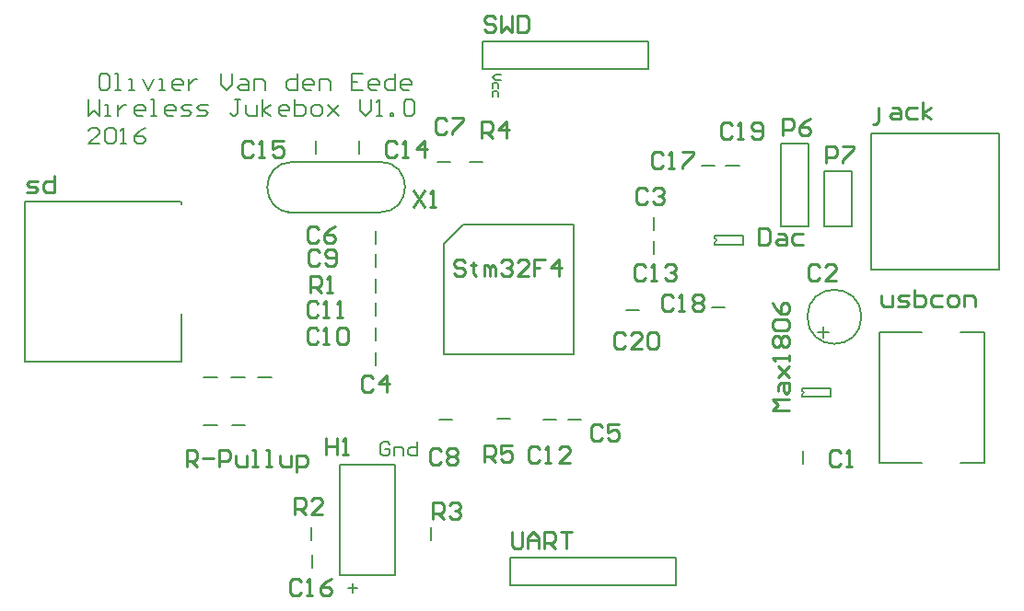
<source format=gto>
G04 Layer_Color=65535*
%FSLAX23Y23*%
%MOIN*%
G70*
G01*
G75*
%ADD19C,0.010*%
%ADD22C,0.008*%
%ADD31C,0.006*%
%ADD32C,0.006*%
%ADD33C,0.007*%
%ADD34C,0.008*%
D19*
X3079Y1779D02*
X3089D01*
X3099Y1789D01*
Y1839D01*
X3149D02*
X3169D01*
X3179Y1829D01*
Y1799D01*
X3149D01*
X3139Y1809D01*
X3149Y1819D01*
X3179D01*
X3239Y1839D02*
X3209D01*
X3199Y1829D01*
Y1809D01*
X3209Y1799D01*
X3239D01*
X3259D02*
Y1859D01*
Y1819D02*
X3289Y1839D01*
X3259Y1819D02*
X3289Y1799D01*
X3108Y1157D02*
Y1127D01*
X3118Y1117D01*
X3148D01*
Y1157D01*
X3168Y1117D02*
X3198D01*
X3208Y1127D01*
X3198Y1137D01*
X3178D01*
X3168Y1147D01*
X3178Y1157D01*
X3208D01*
X3228Y1177D02*
Y1117D01*
X3258D01*
X3268Y1127D01*
Y1137D01*
Y1147D01*
X3258Y1157D01*
X3228D01*
X3328D02*
X3298D01*
X3288Y1147D01*
Y1127D01*
X3298Y1117D01*
X3328D01*
X3358D02*
X3378D01*
X3388Y1127D01*
Y1147D01*
X3378Y1157D01*
X3358D01*
X3348Y1147D01*
Y1127D01*
X3358Y1117D01*
X3408D02*
Y1157D01*
X3438D01*
X3448Y1147D01*
Y1117D01*
X2963Y590D02*
X2953Y600D01*
X2933D01*
X2923Y590D01*
Y550D01*
X2933Y540D01*
X2953D01*
X2963Y550D01*
X2983Y540D02*
X3003D01*
X2993D01*
Y600D01*
X2983Y590D01*
X2263Y1537D02*
X2253Y1547D01*
X2233D01*
X2223Y1537D01*
Y1497D01*
X2233Y1487D01*
X2253D01*
X2263Y1497D01*
X2283Y1537D02*
X2293Y1547D01*
X2313D01*
X2323Y1537D01*
Y1527D01*
X2313Y1517D01*
X2303D01*
X2313D01*
X2323Y1507D01*
Y1497D01*
X2313Y1487D01*
X2293D01*
X2283Y1497D01*
X1269Y857D02*
X1259Y867D01*
X1239D01*
X1229Y857D01*
Y817D01*
X1239Y807D01*
X1259D01*
X1269Y817D01*
X1319Y807D02*
Y867D01*
X1289Y837D01*
X1329D01*
X2099Y683D02*
X2089Y693D01*
X2069D01*
X2059Y683D01*
Y643D01*
X2069Y633D01*
X2089D01*
X2099Y643D01*
X2159Y693D02*
X2119D01*
Y663D01*
X2139Y673D01*
X2149D01*
X2159Y663D01*
Y643D01*
X2149Y633D01*
X2129D01*
X2119Y643D01*
X1072Y1398D02*
X1062Y1408D01*
X1042D01*
X1032Y1398D01*
Y1358D01*
X1042Y1348D01*
X1062D01*
X1072Y1358D01*
X1132Y1408D02*
X1112Y1398D01*
X1092Y1378D01*
Y1358D01*
X1102Y1348D01*
X1122D01*
X1132Y1358D01*
Y1368D01*
X1122Y1378D01*
X1092D01*
X1536Y1793D02*
X1526Y1803D01*
X1506D01*
X1496Y1793D01*
Y1753D01*
X1506Y1743D01*
X1526D01*
X1536Y1753D01*
X1556Y1803D02*
X1596D01*
Y1793D01*
X1556Y1753D01*
Y1743D01*
X1514Y594D02*
X1504Y604D01*
X1484D01*
X1474Y594D01*
Y554D01*
X1484Y544D01*
X1504D01*
X1514Y554D01*
X1534Y594D02*
X1544Y604D01*
X1564D01*
X1574Y594D01*
Y584D01*
X1564Y574D01*
X1574Y564D01*
Y554D01*
X1564Y544D01*
X1544D01*
X1534Y554D01*
Y564D01*
X1544Y574D01*
X1534Y584D01*
Y594D01*
X1544Y574D02*
X1564D01*
X1074Y1314D02*
X1064Y1324D01*
X1044D01*
X1034Y1314D01*
Y1274D01*
X1044Y1264D01*
X1064D01*
X1074Y1274D01*
X1094D02*
X1104Y1264D01*
X1124D01*
X1134Y1274D01*
Y1314D01*
X1124Y1324D01*
X1104D01*
X1094Y1314D01*
Y1304D01*
X1104Y1294D01*
X1134D01*
X1070Y1033D02*
X1061Y1043D01*
X1041D01*
X1031Y1033D01*
Y993D01*
X1041Y983D01*
X1061D01*
X1070Y993D01*
X1090Y983D02*
X1110D01*
X1100D01*
Y1043D01*
X1090Y1033D01*
X1140D02*
X1150Y1043D01*
X1170D01*
X1180Y1033D01*
Y993D01*
X1170Y983D01*
X1150D01*
X1140Y993D01*
Y1033D01*
X1070Y1130D02*
X1061Y1140D01*
X1041D01*
X1031Y1130D01*
Y1090D01*
X1041Y1080D01*
X1061D01*
X1070Y1090D01*
X1090Y1080D02*
X1110D01*
X1100D01*
Y1140D01*
X1090Y1130D01*
X1140Y1080D02*
X1160D01*
X1150D01*
Y1140D01*
X1140Y1130D01*
X1873Y603D02*
X1863Y613D01*
X1843D01*
X1833Y603D01*
Y563D01*
X1843Y553D01*
X1863D01*
X1873Y563D01*
X1893Y553D02*
X1913D01*
X1903D01*
Y613D01*
X1893Y603D01*
X1983Y553D02*
X1943D01*
X1983Y593D01*
Y603D01*
X1973Y613D01*
X1953D01*
X1943Y603D01*
X2257Y1263D02*
X2247Y1273D01*
X2227D01*
X2217Y1263D01*
Y1223D01*
X2227Y1213D01*
X2247D01*
X2257Y1223D01*
X2277Y1213D02*
X2297D01*
X2287D01*
Y1273D01*
X2277Y1263D01*
X2326D02*
X2336Y1273D01*
X2356D01*
X2366Y1263D01*
Y1253D01*
X2356Y1243D01*
X2346D01*
X2356D01*
X2366Y1233D01*
Y1223D01*
X2356Y1213D01*
X2336D01*
X2326Y1223D01*
X1357Y1709D02*
X1347Y1719D01*
X1327D01*
X1317Y1709D01*
Y1669D01*
X1327Y1659D01*
X1347D01*
X1357Y1669D01*
X1377Y1659D02*
X1397D01*
X1387D01*
Y1719D01*
X1377Y1709D01*
X1457Y1659D02*
Y1719D01*
X1427Y1689D01*
X1467D01*
X835Y1708D02*
X825Y1718D01*
X805D01*
X795Y1708D01*
Y1668D01*
X805Y1658D01*
X825D01*
X835Y1668D01*
X855Y1658D02*
X875D01*
X865D01*
Y1718D01*
X855Y1708D01*
X945Y1718D02*
X905D01*
Y1688D01*
X925Y1698D01*
X935D01*
X945Y1688D01*
Y1668D01*
X935Y1658D01*
X915D01*
X905Y1668D01*
X1008Y123D02*
X998Y133D01*
X979D01*
X969Y123D01*
Y83D01*
X979Y73D01*
X998D01*
X1008Y83D01*
X1028Y73D02*
X1048D01*
X1038D01*
Y133D01*
X1028Y123D01*
X1118Y133D02*
X1098Y123D01*
X1078Y103D01*
Y83D01*
X1088Y73D01*
X1108D01*
X1118Y83D01*
Y93D01*
X1108Y103D01*
X1078D01*
X2318Y1667D02*
X2308Y1677D01*
X2288D01*
X2278Y1667D01*
Y1627D01*
X2288Y1617D01*
X2308D01*
X2318Y1627D01*
X2338Y1617D02*
X2358D01*
X2348D01*
Y1677D01*
X2338Y1667D01*
X2388Y1677D02*
X2428D01*
Y1667D01*
X2388Y1627D01*
Y1617D01*
X2355Y1152D02*
X2345Y1162D01*
X2325D01*
X2315Y1152D01*
Y1112D01*
X2325Y1102D01*
X2345D01*
X2355Y1112D01*
X2375Y1102D02*
X2395D01*
X2385D01*
Y1162D01*
X2375Y1152D01*
X2425D02*
X2435Y1162D01*
X2455D01*
X2465Y1152D01*
Y1142D01*
X2455Y1132D01*
X2465Y1122D01*
Y1112D01*
X2455Y1102D01*
X2435D01*
X2425Y1112D01*
Y1122D01*
X2435Y1132D01*
X2425Y1142D01*
Y1152D01*
X2435Y1132D02*
X2455D01*
X2570Y1776D02*
X2560Y1786D01*
X2540D01*
X2530Y1776D01*
Y1736D01*
X2540Y1726D01*
X2560D01*
X2570Y1736D01*
X2590Y1726D02*
X2610D01*
X2600D01*
Y1786D01*
X2590Y1776D01*
X2639Y1736D02*
X2649Y1726D01*
X2669D01*
X2679Y1736D01*
Y1776D01*
X2669Y1786D01*
X2649D01*
X2639Y1776D01*
Y1766D01*
X2649Y1756D01*
X2679D01*
X2182Y1016D02*
X2172Y1026D01*
X2152D01*
X2142Y1016D01*
Y976D01*
X2152Y966D01*
X2172D01*
X2182Y976D01*
X2242Y966D02*
X2202D01*
X2242Y1006D01*
Y1016D01*
X2232Y1026D01*
X2212D01*
X2202Y1016D01*
X2262D02*
X2272Y1026D01*
X2292D01*
X2302Y1016D01*
Y976D01*
X2292Y966D01*
X2272D01*
X2262Y976D01*
Y1016D01*
X2666Y1401D02*
Y1341D01*
X2696D01*
X2706Y1351D01*
Y1391D01*
X2696Y1401D01*
X2666D01*
X2736Y1381D02*
X2756D01*
X2766Y1371D01*
Y1341D01*
X2736D01*
X2726Y1351D01*
X2736Y1361D01*
X2766D01*
X2826Y1381D02*
X2796D01*
X2786Y1371D01*
Y1351D01*
X2796Y1341D01*
X2826D01*
X1098Y642D02*
Y582D01*
Y612D01*
X1138D01*
Y642D01*
Y582D01*
X1158D02*
X1178D01*
X1168D01*
Y642D01*
X1158Y632D01*
X2777Y743D02*
X2717D01*
X2737Y763D01*
X2717Y783D01*
X2777D01*
X2737Y813D02*
Y833D01*
X2747Y843D01*
X2777D01*
Y813D01*
X2767Y803D01*
X2757Y813D01*
Y843D01*
X2737Y863D02*
X2777Y903D01*
X2757Y883D01*
X2737Y903D01*
X2777Y863D01*
Y923D02*
Y943D01*
Y933D01*
X2717D01*
X2727Y923D01*
Y973D02*
X2717Y983D01*
Y1003D01*
X2727Y1013D01*
X2737D01*
X2747Y1003D01*
X2757Y1013D01*
X2767D01*
X2777Y1003D01*
Y983D01*
X2767Y973D01*
X2757D01*
X2747Y983D01*
X2737Y973D01*
X2727D01*
X2747Y983D02*
Y1003D01*
X2727Y1033D02*
X2717Y1043D01*
Y1063D01*
X2727Y1073D01*
X2767D01*
X2777Y1063D01*
Y1043D01*
X2767Y1033D01*
X2727D01*
X2717Y1133D02*
X2727Y1113D01*
X2747Y1093D01*
X2767D01*
X2777Y1103D01*
Y1123D01*
X2767Y1133D01*
X2757D01*
X2747Y1123D01*
Y1093D01*
X1713Y2162D02*
X1703Y2172D01*
X1683D01*
X1673Y2162D01*
Y2152D01*
X1683Y2142D01*
X1703D01*
X1713Y2132D01*
Y2122D01*
X1703Y2112D01*
X1683D01*
X1673Y2122D01*
X1733Y2172D02*
Y2112D01*
X1753Y2132D01*
X1773Y2112D01*
Y2172D01*
X1793D02*
Y2112D01*
X1823D01*
X1833Y2122D01*
Y2162D01*
X1823Y2172D01*
X1793D01*
X1771Y302D02*
Y253D01*
X1781Y243D01*
X1801D01*
X1810Y253D01*
Y302D01*
X1830Y243D02*
Y282D01*
X1850Y302D01*
X1870Y282D01*
Y243D01*
Y273D01*
X1830D01*
X1890Y243D02*
Y302D01*
X1920D01*
X1930Y292D01*
Y273D01*
X1920Y263D01*
X1890D01*
X1910D02*
X1930Y243D01*
X1950Y302D02*
X1990D01*
X1970D01*
Y243D01*
X2752Y1740D02*
Y1800D01*
X2782D01*
X2792Y1790D01*
Y1770D01*
X2782Y1760D01*
X2752D01*
X2852Y1800D02*
X2832Y1790D01*
X2812Y1770D01*
Y1750D01*
X2822Y1740D01*
X2842D01*
X2852Y1750D01*
Y1760D01*
X2842Y1770D01*
X2812D01*
X2909Y1640D02*
Y1700D01*
X2939D01*
X2949Y1690D01*
Y1670D01*
X2939Y1660D01*
X2909D01*
X2969Y1700D02*
X3009D01*
Y1690D01*
X2969Y1650D01*
Y1640D01*
X1041Y1168D02*
Y1228D01*
X1071D01*
X1081Y1218D01*
Y1198D01*
X1071Y1188D01*
X1041D01*
X1061D02*
X1081Y1168D01*
X1101D02*
X1121D01*
X1111D01*
Y1228D01*
X1101Y1218D01*
X986Y366D02*
Y425D01*
X1016D01*
X1026Y415D01*
Y396D01*
X1016Y386D01*
X986D01*
X1006D02*
X1026Y366D01*
X1086D02*
X1046D01*
X1086Y405D01*
Y415D01*
X1076Y425D01*
X1056D01*
X1046Y415D01*
X1486Y347D02*
Y407D01*
X1516D01*
X1526Y397D01*
Y377D01*
X1516Y367D01*
X1486D01*
X1506D02*
X1526Y347D01*
X1546Y397D02*
X1556Y407D01*
X1576D01*
X1586Y397D01*
Y387D01*
X1576Y377D01*
X1566D01*
X1576D01*
X1586Y367D01*
Y357D01*
X1576Y347D01*
X1556D01*
X1546Y357D01*
X1661Y1728D02*
Y1788D01*
X1691D01*
X1701Y1778D01*
Y1758D01*
X1691Y1748D01*
X1661D01*
X1681D02*
X1701Y1728D01*
X1751D02*
Y1788D01*
X1721Y1758D01*
X1761D01*
X1673Y554D02*
Y614D01*
X1703D01*
X1713Y604D01*
Y584D01*
X1703Y574D01*
X1673D01*
X1693D02*
X1713Y554D01*
X1773Y614D02*
X1733D01*
Y584D01*
X1753Y594D01*
X1763D01*
X1773Y584D01*
Y564D01*
X1763Y554D01*
X1743D01*
X1733Y564D01*
X594Y539D02*
Y599D01*
X623D01*
X633Y589D01*
Y569D01*
X623Y559D01*
X594D01*
X613D02*
X633Y539D01*
X653Y569D02*
X693D01*
X713Y539D02*
Y599D01*
X743D01*
X753Y589D01*
Y569D01*
X743Y559D01*
X713D01*
X773Y579D02*
Y549D01*
X783Y539D01*
X813D01*
Y579D01*
X833Y539D02*
X853D01*
X843D01*
Y599D01*
X833D01*
X883Y539D02*
X903D01*
X893D01*
Y599D01*
X883D01*
X933Y579D02*
Y549D01*
X943Y539D01*
X973D01*
Y579D01*
X993Y519D02*
Y579D01*
X1023D01*
X1033Y569D01*
Y549D01*
X1023Y539D01*
X993D01*
X1603Y1277D02*
X1593Y1287D01*
X1573D01*
X1563Y1277D01*
Y1267D01*
X1573Y1257D01*
X1593D01*
X1603Y1247D01*
Y1237D01*
X1593Y1227D01*
X1573D01*
X1563Y1237D01*
X1633Y1277D02*
Y1267D01*
X1623D01*
X1643D01*
X1633D01*
Y1237D01*
X1643Y1227D01*
X1673D02*
Y1267D01*
X1683D01*
X1693Y1257D01*
Y1227D01*
Y1257D01*
X1703Y1267D01*
X1713Y1257D01*
Y1227D01*
X1733Y1277D02*
X1743Y1287D01*
X1763D01*
X1773Y1277D01*
Y1267D01*
X1763Y1257D01*
X1753D01*
X1763D01*
X1773Y1247D01*
Y1237D01*
X1763Y1227D01*
X1743D01*
X1733Y1237D01*
X1833Y1227D02*
X1793D01*
X1833Y1267D01*
Y1277D01*
X1823Y1287D01*
X1803D01*
X1793Y1277D01*
X1893Y1287D02*
X1853D01*
Y1257D01*
X1873D01*
X1853D01*
Y1227D01*
X1943D02*
Y1287D01*
X1913Y1257D01*
X1953D01*
X1417Y1540D02*
X1457Y1480D01*
Y1540D02*
X1417Y1480D01*
X1477D02*
X1497D01*
X1487D01*
Y1540D01*
X1477Y1530D01*
X15Y1531D02*
X45D01*
X55Y1541D01*
X45Y1551D01*
X25D01*
X15Y1561D01*
X25Y1571D01*
X55D01*
X115Y1591D02*
Y1531D01*
X85D01*
X75Y1541D01*
Y1561D01*
X85Y1571D01*
X115D01*
X2886Y1263D02*
X2876Y1273D01*
X2856D01*
X2846Y1263D01*
Y1223D01*
X2856Y1213D01*
X2876D01*
X2886Y1223D01*
X2946Y1213D02*
X2906D01*
X2946Y1253D01*
Y1263D01*
X2936Y1273D01*
X2916D01*
X2906Y1263D01*
D22*
X2507Y1352D02*
G03*
X2507Y1365I0J6D01*
G01*
X2822Y801D02*
G03*
X2822Y813I0J6D01*
G01*
X3037Y1081D02*
G03*
X3037Y1081I-98J0D01*
G01*
X1219Y1672D02*
Y1719D01*
X1719Y711D02*
X1766D01*
X1620Y1643D02*
X1667D01*
X2185Y1106D02*
X2232D01*
X2546Y1628D02*
X2594D01*
X2458Y1627D02*
X2505D01*
X2496Y1114D02*
X2543D01*
X2507Y1342D02*
X2609D01*
Y1375D01*
X2507D02*
X2609D01*
X2507Y1365D02*
Y1375D01*
Y1342D02*
Y1352D01*
X1667Y1979D02*
X2267D01*
X1667Y2079D02*
X2267D01*
X1667Y1979D02*
Y2079D01*
X2267Y1979D02*
Y2079D01*
X1047Y273D02*
Y320D01*
X1764Y108D02*
X2364D01*
X1764Y208D02*
X2364D01*
X1764Y108D02*
Y208D01*
X2364Y108D02*
Y208D01*
X2284Y1394D02*
Y1441D01*
X1502Y1643D02*
X1549D01*
X2745Y1407D02*
X2845D01*
X2745D02*
Y1707D01*
X2845D01*
Y1407D02*
Y1707D01*
X2903Y1407D02*
Y1607D01*
Y1407D02*
X3003D01*
Y1607D01*
X2903D02*
X3003D01*
X759Y687D02*
X806D01*
X853Y862D02*
X901D01*
X757Y862D02*
X804D01*
X657D02*
X705D01*
X1974Y707D02*
X2022D01*
X1509Y709D02*
X1556D01*
X1279Y994D02*
Y1041D01*
Y906D02*
Y953D01*
X1527Y1346D02*
X1597Y1416D01*
X1997D01*
Y946D02*
Y1416D01*
X1527Y946D02*
X1997D01*
X1527D02*
Y1346D01*
X1279Y1086D02*
Y1133D01*
Y1345D02*
Y1393D01*
Y1169D02*
Y1217D01*
X1063Y1672D02*
Y1719D01*
X657Y687D02*
X705D01*
X2825Y547D02*
Y594D01*
X1279Y1263D02*
Y1310D01*
X2822Y791D02*
X2924D01*
Y823D01*
X2822D02*
X2924D01*
X2822Y813D02*
Y823D01*
Y791D02*
Y801D01*
X2284Y1307D02*
Y1354D01*
X1885Y707D02*
X1932D01*
X1478Y272D02*
Y319D01*
X1048Y172D02*
Y219D01*
X1150Y146D02*
X1350D01*
X1150Y546D02*
X1350D01*
Y146D02*
Y546D01*
X1150Y146D02*
Y546D01*
X2880Y1026D02*
X2920D01*
X2900Y1006D02*
Y1046D01*
D31*
X978Y1642D02*
G03*
X978Y1459I0J-92D01*
G01*
X1293Y1459D02*
G03*
X1293Y1642I0J92D01*
G01*
D32*
X3072Y1251D02*
Y1746D01*
X3534D01*
Y1251D02*
Y1746D01*
X3072Y1251D02*
X3534D01*
X3101Y551D02*
Y1024D01*
X3481Y551D02*
Y1024D01*
X3101Y551D02*
X3196D01*
X3161D02*
X3196D01*
X3396D02*
X3481D01*
X3196D02*
X3256D01*
X3101Y1026D02*
X3256D01*
X3396D02*
X3481D01*
X963Y1459D02*
X1293D01*
X968Y1642D02*
X1293D01*
X575Y1488D02*
Y1498D01*
Y918D02*
Y1093D01*
X11Y917D02*
X571D01*
X10Y918D02*
X11Y917D01*
X10Y918D02*
Y1498D01*
X571D01*
D33*
X279Y1707D02*
X239D01*
X279Y1746D01*
Y1756D01*
X269Y1766D01*
X249D01*
X239Y1756D01*
X298D02*
X308Y1766D01*
X328D01*
X338Y1756D01*
Y1717D01*
X328Y1707D01*
X308D01*
X298Y1717D01*
Y1756D01*
X357Y1707D02*
X377D01*
X367D01*
Y1766D01*
X357Y1756D01*
X446Y1766D02*
X426Y1756D01*
X406Y1736D01*
Y1717D01*
X416Y1707D01*
X436D01*
X446Y1717D01*
Y1726D01*
X436Y1736D01*
X406D01*
X239Y1867D02*
Y1808D01*
X259Y1828D01*
X279Y1808D01*
Y1867D01*
X298Y1808D02*
X318D01*
X308D01*
Y1847D01*
X298D01*
X347D02*
Y1808D01*
Y1828D01*
X357Y1838D01*
X367Y1847D01*
X377D01*
X436Y1808D02*
X416D01*
X406Y1818D01*
Y1838D01*
X416Y1847D01*
X436D01*
X446Y1838D01*
Y1828D01*
X406D01*
X465Y1808D02*
X485D01*
X475D01*
Y1867D01*
X465D01*
X544Y1808D02*
X525D01*
X515Y1818D01*
Y1838D01*
X525Y1847D01*
X544D01*
X554Y1838D01*
Y1828D01*
X515D01*
X574Y1808D02*
X603D01*
X613Y1818D01*
X603Y1828D01*
X584D01*
X574Y1838D01*
X584Y1847D01*
X613D01*
X633Y1808D02*
X662D01*
X672Y1818D01*
X662Y1828D01*
X643D01*
X633Y1838D01*
X643Y1847D01*
X672D01*
X790Y1867D02*
X770D01*
X780D01*
Y1818D01*
X770Y1808D01*
X761D01*
X751Y1818D01*
X810Y1847D02*
Y1818D01*
X820Y1808D01*
X849D01*
Y1847D01*
X869Y1808D02*
Y1867D01*
Y1828D02*
X898Y1847D01*
X869Y1828D02*
X898Y1808D01*
X957D02*
X938D01*
X928Y1818D01*
Y1838D01*
X938Y1847D01*
X957D01*
X967Y1838D01*
Y1828D01*
X928D01*
X987Y1867D02*
Y1808D01*
X1016D01*
X1026Y1818D01*
Y1828D01*
Y1838D01*
X1016Y1847D01*
X987D01*
X1056Y1808D02*
X1076D01*
X1085Y1818D01*
Y1838D01*
X1076Y1847D01*
X1056D01*
X1046Y1838D01*
Y1818D01*
X1056Y1808D01*
X1105Y1847D02*
X1144Y1808D01*
X1125Y1828D01*
X1144Y1847D01*
X1105Y1808D01*
X1223Y1867D02*
Y1828D01*
X1243Y1808D01*
X1262Y1828D01*
Y1867D01*
X1282Y1808D02*
X1302D01*
X1292D01*
Y1867D01*
X1282Y1857D01*
X1331Y1808D02*
Y1818D01*
X1341D01*
Y1808D01*
X1331D01*
X1381Y1857D02*
X1390Y1867D01*
X1410D01*
X1420Y1857D01*
Y1818D01*
X1410Y1808D01*
X1390D01*
X1381Y1818D01*
Y1857D01*
X307Y1961D02*
X287D01*
X278Y1951D01*
Y1911D01*
X287Y1902D01*
X307D01*
X317Y1911D01*
Y1951D01*
X307Y1961D01*
X337Y1902D02*
X356D01*
X346D01*
Y1961D01*
X337D01*
X386Y1902D02*
X405D01*
X396D01*
Y1941D01*
X386D01*
X435D02*
X455Y1902D01*
X474Y1941D01*
X494Y1902D02*
X514D01*
X504D01*
Y1941D01*
X494D01*
X573Y1902D02*
X553D01*
X543Y1911D01*
Y1931D01*
X553Y1941D01*
X573D01*
X583Y1931D01*
Y1921D01*
X543D01*
X602Y1941D02*
Y1902D01*
Y1921D01*
X612Y1931D01*
X622Y1941D01*
X632D01*
X720Y1961D02*
Y1921D01*
X740Y1902D01*
X760Y1921D01*
Y1961D01*
X789Y1941D02*
X809D01*
X819Y1931D01*
Y1902D01*
X789D01*
X779Y1911D01*
X789Y1921D01*
X819D01*
X838Y1902D02*
Y1941D01*
X868D01*
X878Y1931D01*
Y1902D01*
X996Y1961D02*
Y1902D01*
X966D01*
X956Y1911D01*
Y1931D01*
X966Y1941D01*
X996D01*
X1045Y1902D02*
X1025D01*
X1016Y1911D01*
Y1931D01*
X1025Y1941D01*
X1045D01*
X1055Y1931D01*
Y1921D01*
X1016D01*
X1075Y1902D02*
Y1941D01*
X1104D01*
X1114Y1931D01*
Y1902D01*
X1232Y1961D02*
X1193D01*
Y1902D01*
X1232D01*
X1193Y1931D02*
X1212D01*
X1281Y1902D02*
X1261D01*
X1252Y1911D01*
Y1931D01*
X1261Y1941D01*
X1281D01*
X1291Y1931D01*
Y1921D01*
X1252D01*
X1350Y1961D02*
Y1902D01*
X1321D01*
X1311Y1911D01*
Y1931D01*
X1321Y1941D01*
X1350D01*
X1399Y1902D02*
X1380D01*
X1370Y1911D01*
Y1931D01*
X1380Y1941D01*
X1399D01*
X1409Y1931D01*
Y1921D01*
X1370D01*
X1732Y1960D02*
X1712D01*
X1702Y1950D01*
X1712Y1940D01*
X1732D01*
X1722Y1910D02*
Y1925D01*
X1717Y1930D01*
X1707D01*
X1702Y1925D01*
Y1910D01*
X1722Y1880D02*
Y1895D01*
X1717Y1900D01*
X1707D01*
X1702Y1895D01*
Y1880D01*
D34*
X1195Y116D02*
Y83D01*
X1212Y99D02*
X1179D01*
X1330Y618D02*
X1321Y627D01*
X1305D01*
X1296Y618D01*
Y585D01*
X1305Y577D01*
X1321D01*
X1330Y585D01*
Y602D01*
X1313D01*
X1346Y577D02*
Y610D01*
X1371D01*
X1380Y602D01*
Y577D01*
X1430Y627D02*
Y577D01*
X1405D01*
X1396Y585D01*
Y602D01*
X1405Y610D01*
X1430D01*
M02*

</source>
